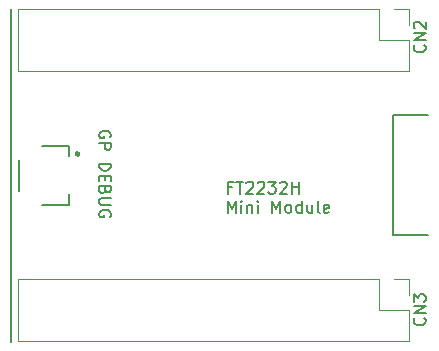
<source format=gbr>
%TF.GenerationSoftware,KiCad,Pcbnew,7.0.10*%
%TF.CreationDate,2025-10-01T21:30:06+02:00*%
%TF.ProjectId,PS2_Debug_Probe,5053325f-4465-4627-9567-5f50726f6265,rev?*%
%TF.SameCoordinates,Original*%
%TF.FileFunction,Legend,Top*%
%TF.FilePolarity,Positive*%
%FSLAX46Y46*%
G04 Gerber Fmt 4.6, Leading zero omitted, Abs format (unit mm)*
G04 Created by KiCad (PCBNEW 7.0.10) date 2025-10-01 21:30:06*
%MOMM*%
%LPD*%
G01*
G04 APERTURE LIST*
%ADD10C,0.150000*%
%ADD11C,0.200000*%
%ADD12C,0.120000*%
%ADD13C,0.127000*%
%ADD14C,0.300000*%
G04 APERTURE END LIST*
D10*
X156500000Y-99100000D02*
X159500000Y-99100000D01*
X156500000Y-88900000D02*
X156500000Y-99100000D01*
X159500000Y-88900000D02*
X156500000Y-88900000D01*
X124200000Y-79900000D02*
X124200000Y-108100000D01*
X159174580Y-82991792D02*
X159222200Y-83039411D01*
X159222200Y-83039411D02*
X159269819Y-83182268D01*
X159269819Y-83182268D02*
X159269819Y-83277506D01*
X159269819Y-83277506D02*
X159222200Y-83420363D01*
X159222200Y-83420363D02*
X159126961Y-83515601D01*
X159126961Y-83515601D02*
X159031723Y-83563220D01*
X159031723Y-83563220D02*
X158841247Y-83610839D01*
X158841247Y-83610839D02*
X158698390Y-83610839D01*
X158698390Y-83610839D02*
X158507914Y-83563220D01*
X158507914Y-83563220D02*
X158412676Y-83515601D01*
X158412676Y-83515601D02*
X158317438Y-83420363D01*
X158317438Y-83420363D02*
X158269819Y-83277506D01*
X158269819Y-83277506D02*
X158269819Y-83182268D01*
X158269819Y-83182268D02*
X158317438Y-83039411D01*
X158317438Y-83039411D02*
X158365057Y-82991792D01*
X159269819Y-82563220D02*
X158269819Y-82563220D01*
X158269819Y-82563220D02*
X159269819Y-81991792D01*
X159269819Y-81991792D02*
X158269819Y-81991792D01*
X158365057Y-81563220D02*
X158317438Y-81515601D01*
X158317438Y-81515601D02*
X158269819Y-81420363D01*
X158269819Y-81420363D02*
X158269819Y-81182268D01*
X158269819Y-81182268D02*
X158317438Y-81087030D01*
X158317438Y-81087030D02*
X158365057Y-81039411D01*
X158365057Y-81039411D02*
X158460295Y-80991792D01*
X158460295Y-80991792D02*
X158555533Y-80991792D01*
X158555533Y-80991792D02*
X158698390Y-81039411D01*
X158698390Y-81039411D02*
X159269819Y-81610839D01*
X159269819Y-81610839D02*
X159269819Y-80991792D01*
X142870112Y-95036009D02*
X142536779Y-95036009D01*
X142536779Y-95559819D02*
X142536779Y-94559819D01*
X142536779Y-94559819D02*
X143012969Y-94559819D01*
X143251065Y-94559819D02*
X143822493Y-94559819D01*
X143536779Y-95559819D02*
X143536779Y-94559819D01*
X144108208Y-94655057D02*
X144155827Y-94607438D01*
X144155827Y-94607438D02*
X144251065Y-94559819D01*
X144251065Y-94559819D02*
X144489160Y-94559819D01*
X144489160Y-94559819D02*
X144584398Y-94607438D01*
X144584398Y-94607438D02*
X144632017Y-94655057D01*
X144632017Y-94655057D02*
X144679636Y-94750295D01*
X144679636Y-94750295D02*
X144679636Y-94845533D01*
X144679636Y-94845533D02*
X144632017Y-94988390D01*
X144632017Y-94988390D02*
X144060589Y-95559819D01*
X144060589Y-95559819D02*
X144679636Y-95559819D01*
X145060589Y-94655057D02*
X145108208Y-94607438D01*
X145108208Y-94607438D02*
X145203446Y-94559819D01*
X145203446Y-94559819D02*
X145441541Y-94559819D01*
X145441541Y-94559819D02*
X145536779Y-94607438D01*
X145536779Y-94607438D02*
X145584398Y-94655057D01*
X145584398Y-94655057D02*
X145632017Y-94750295D01*
X145632017Y-94750295D02*
X145632017Y-94845533D01*
X145632017Y-94845533D02*
X145584398Y-94988390D01*
X145584398Y-94988390D02*
X145012970Y-95559819D01*
X145012970Y-95559819D02*
X145632017Y-95559819D01*
X145965351Y-94559819D02*
X146584398Y-94559819D01*
X146584398Y-94559819D02*
X146251065Y-94940771D01*
X146251065Y-94940771D02*
X146393922Y-94940771D01*
X146393922Y-94940771D02*
X146489160Y-94988390D01*
X146489160Y-94988390D02*
X146536779Y-95036009D01*
X146536779Y-95036009D02*
X146584398Y-95131247D01*
X146584398Y-95131247D02*
X146584398Y-95369342D01*
X146584398Y-95369342D02*
X146536779Y-95464580D01*
X146536779Y-95464580D02*
X146489160Y-95512200D01*
X146489160Y-95512200D02*
X146393922Y-95559819D01*
X146393922Y-95559819D02*
X146108208Y-95559819D01*
X146108208Y-95559819D02*
X146012970Y-95512200D01*
X146012970Y-95512200D02*
X145965351Y-95464580D01*
X146965351Y-94655057D02*
X147012970Y-94607438D01*
X147012970Y-94607438D02*
X147108208Y-94559819D01*
X147108208Y-94559819D02*
X147346303Y-94559819D01*
X147346303Y-94559819D02*
X147441541Y-94607438D01*
X147441541Y-94607438D02*
X147489160Y-94655057D01*
X147489160Y-94655057D02*
X147536779Y-94750295D01*
X147536779Y-94750295D02*
X147536779Y-94845533D01*
X147536779Y-94845533D02*
X147489160Y-94988390D01*
X147489160Y-94988390D02*
X146917732Y-95559819D01*
X146917732Y-95559819D02*
X147536779Y-95559819D01*
X147965351Y-95559819D02*
X147965351Y-94559819D01*
X147965351Y-95036009D02*
X148536779Y-95036009D01*
X148536779Y-95559819D02*
X148536779Y-94559819D01*
X142536779Y-97169819D02*
X142536779Y-96169819D01*
X142536779Y-96169819D02*
X142870112Y-96884104D01*
X142870112Y-96884104D02*
X143203445Y-96169819D01*
X143203445Y-96169819D02*
X143203445Y-97169819D01*
X143679636Y-97169819D02*
X143679636Y-96503152D01*
X143679636Y-96169819D02*
X143632017Y-96217438D01*
X143632017Y-96217438D02*
X143679636Y-96265057D01*
X143679636Y-96265057D02*
X143727255Y-96217438D01*
X143727255Y-96217438D02*
X143679636Y-96169819D01*
X143679636Y-96169819D02*
X143679636Y-96265057D01*
X144155826Y-96503152D02*
X144155826Y-97169819D01*
X144155826Y-96598390D02*
X144203445Y-96550771D01*
X144203445Y-96550771D02*
X144298683Y-96503152D01*
X144298683Y-96503152D02*
X144441540Y-96503152D01*
X144441540Y-96503152D02*
X144536778Y-96550771D01*
X144536778Y-96550771D02*
X144584397Y-96646009D01*
X144584397Y-96646009D02*
X144584397Y-97169819D01*
X145060588Y-97169819D02*
X145060588Y-96503152D01*
X145060588Y-96169819D02*
X145012969Y-96217438D01*
X145012969Y-96217438D02*
X145060588Y-96265057D01*
X145060588Y-96265057D02*
X145108207Y-96217438D01*
X145108207Y-96217438D02*
X145060588Y-96169819D01*
X145060588Y-96169819D02*
X145060588Y-96265057D01*
X146298683Y-97169819D02*
X146298683Y-96169819D01*
X146298683Y-96169819D02*
X146632016Y-96884104D01*
X146632016Y-96884104D02*
X146965349Y-96169819D01*
X146965349Y-96169819D02*
X146965349Y-97169819D01*
X147584397Y-97169819D02*
X147489159Y-97122200D01*
X147489159Y-97122200D02*
X147441540Y-97074580D01*
X147441540Y-97074580D02*
X147393921Y-96979342D01*
X147393921Y-96979342D02*
X147393921Y-96693628D01*
X147393921Y-96693628D02*
X147441540Y-96598390D01*
X147441540Y-96598390D02*
X147489159Y-96550771D01*
X147489159Y-96550771D02*
X147584397Y-96503152D01*
X147584397Y-96503152D02*
X147727254Y-96503152D01*
X147727254Y-96503152D02*
X147822492Y-96550771D01*
X147822492Y-96550771D02*
X147870111Y-96598390D01*
X147870111Y-96598390D02*
X147917730Y-96693628D01*
X147917730Y-96693628D02*
X147917730Y-96979342D01*
X147917730Y-96979342D02*
X147870111Y-97074580D01*
X147870111Y-97074580D02*
X147822492Y-97122200D01*
X147822492Y-97122200D02*
X147727254Y-97169819D01*
X147727254Y-97169819D02*
X147584397Y-97169819D01*
X148774873Y-97169819D02*
X148774873Y-96169819D01*
X148774873Y-97122200D02*
X148679635Y-97169819D01*
X148679635Y-97169819D02*
X148489159Y-97169819D01*
X148489159Y-97169819D02*
X148393921Y-97122200D01*
X148393921Y-97122200D02*
X148346302Y-97074580D01*
X148346302Y-97074580D02*
X148298683Y-96979342D01*
X148298683Y-96979342D02*
X148298683Y-96693628D01*
X148298683Y-96693628D02*
X148346302Y-96598390D01*
X148346302Y-96598390D02*
X148393921Y-96550771D01*
X148393921Y-96550771D02*
X148489159Y-96503152D01*
X148489159Y-96503152D02*
X148679635Y-96503152D01*
X148679635Y-96503152D02*
X148774873Y-96550771D01*
X149679635Y-96503152D02*
X149679635Y-97169819D01*
X149251064Y-96503152D02*
X149251064Y-97026961D01*
X149251064Y-97026961D02*
X149298683Y-97122200D01*
X149298683Y-97122200D02*
X149393921Y-97169819D01*
X149393921Y-97169819D02*
X149536778Y-97169819D01*
X149536778Y-97169819D02*
X149632016Y-97122200D01*
X149632016Y-97122200D02*
X149679635Y-97074580D01*
X150298683Y-97169819D02*
X150203445Y-97122200D01*
X150203445Y-97122200D02*
X150155826Y-97026961D01*
X150155826Y-97026961D02*
X150155826Y-96169819D01*
X151060588Y-97122200D02*
X150965350Y-97169819D01*
X150965350Y-97169819D02*
X150774874Y-97169819D01*
X150774874Y-97169819D02*
X150679636Y-97122200D01*
X150679636Y-97122200D02*
X150632017Y-97026961D01*
X150632017Y-97026961D02*
X150632017Y-96646009D01*
X150632017Y-96646009D02*
X150679636Y-96550771D01*
X150679636Y-96550771D02*
X150774874Y-96503152D01*
X150774874Y-96503152D02*
X150965350Y-96503152D01*
X150965350Y-96503152D02*
X151060588Y-96550771D01*
X151060588Y-96550771D02*
X151108207Y-96646009D01*
X151108207Y-96646009D02*
X151108207Y-96741247D01*
X151108207Y-96741247D02*
X150632017Y-96836485D01*
D11*
X132585161Y-90793482D02*
X132632780Y-90698244D01*
X132632780Y-90698244D02*
X132632780Y-90555387D01*
X132632780Y-90555387D02*
X132585161Y-90412530D01*
X132585161Y-90412530D02*
X132489923Y-90317292D01*
X132489923Y-90317292D02*
X132394685Y-90269673D01*
X132394685Y-90269673D02*
X132204209Y-90222054D01*
X132204209Y-90222054D02*
X132061352Y-90222054D01*
X132061352Y-90222054D02*
X131870876Y-90269673D01*
X131870876Y-90269673D02*
X131775638Y-90317292D01*
X131775638Y-90317292D02*
X131680400Y-90412530D01*
X131680400Y-90412530D02*
X131632780Y-90555387D01*
X131632780Y-90555387D02*
X131632780Y-90650625D01*
X131632780Y-90650625D02*
X131680400Y-90793482D01*
X131680400Y-90793482D02*
X131728019Y-90841101D01*
X131728019Y-90841101D02*
X132061352Y-90841101D01*
X132061352Y-90841101D02*
X132061352Y-90650625D01*
X131632780Y-91269673D02*
X132632780Y-91269673D01*
X132632780Y-91269673D02*
X132632780Y-91650625D01*
X132632780Y-91650625D02*
X132585161Y-91745863D01*
X132585161Y-91745863D02*
X132537542Y-91793482D01*
X132537542Y-91793482D02*
X132442304Y-91841101D01*
X132442304Y-91841101D02*
X132299447Y-91841101D01*
X132299447Y-91841101D02*
X132204209Y-91793482D01*
X132204209Y-91793482D02*
X132156590Y-91745863D01*
X132156590Y-91745863D02*
X132108971Y-91650625D01*
X132108971Y-91650625D02*
X132108971Y-91269673D01*
X131632780Y-93031578D02*
X132632780Y-93031578D01*
X132632780Y-93031578D02*
X132632780Y-93269673D01*
X132632780Y-93269673D02*
X132585161Y-93412530D01*
X132585161Y-93412530D02*
X132489923Y-93507768D01*
X132489923Y-93507768D02*
X132394685Y-93555387D01*
X132394685Y-93555387D02*
X132204209Y-93603006D01*
X132204209Y-93603006D02*
X132061352Y-93603006D01*
X132061352Y-93603006D02*
X131870876Y-93555387D01*
X131870876Y-93555387D02*
X131775638Y-93507768D01*
X131775638Y-93507768D02*
X131680400Y-93412530D01*
X131680400Y-93412530D02*
X131632780Y-93269673D01*
X131632780Y-93269673D02*
X131632780Y-93031578D01*
X132156590Y-94031578D02*
X132156590Y-94364911D01*
X131632780Y-94507768D02*
X131632780Y-94031578D01*
X131632780Y-94031578D02*
X132632780Y-94031578D01*
X132632780Y-94031578D02*
X132632780Y-94507768D01*
X132156590Y-95269673D02*
X132108971Y-95412530D01*
X132108971Y-95412530D02*
X132061352Y-95460149D01*
X132061352Y-95460149D02*
X131966114Y-95507768D01*
X131966114Y-95507768D02*
X131823257Y-95507768D01*
X131823257Y-95507768D02*
X131728019Y-95460149D01*
X131728019Y-95460149D02*
X131680400Y-95412530D01*
X131680400Y-95412530D02*
X131632780Y-95317292D01*
X131632780Y-95317292D02*
X131632780Y-94936340D01*
X131632780Y-94936340D02*
X132632780Y-94936340D01*
X132632780Y-94936340D02*
X132632780Y-95269673D01*
X132632780Y-95269673D02*
X132585161Y-95364911D01*
X132585161Y-95364911D02*
X132537542Y-95412530D01*
X132537542Y-95412530D02*
X132442304Y-95460149D01*
X132442304Y-95460149D02*
X132347066Y-95460149D01*
X132347066Y-95460149D02*
X132251828Y-95412530D01*
X132251828Y-95412530D02*
X132204209Y-95364911D01*
X132204209Y-95364911D02*
X132156590Y-95269673D01*
X132156590Y-95269673D02*
X132156590Y-94936340D01*
X132632780Y-95936340D02*
X131823257Y-95936340D01*
X131823257Y-95936340D02*
X131728019Y-95983959D01*
X131728019Y-95983959D02*
X131680400Y-96031578D01*
X131680400Y-96031578D02*
X131632780Y-96126816D01*
X131632780Y-96126816D02*
X131632780Y-96317292D01*
X131632780Y-96317292D02*
X131680400Y-96412530D01*
X131680400Y-96412530D02*
X131728019Y-96460149D01*
X131728019Y-96460149D02*
X131823257Y-96507768D01*
X131823257Y-96507768D02*
X132632780Y-96507768D01*
X132585161Y-97507768D02*
X132632780Y-97412530D01*
X132632780Y-97412530D02*
X132632780Y-97269673D01*
X132632780Y-97269673D02*
X132585161Y-97126816D01*
X132585161Y-97126816D02*
X132489923Y-97031578D01*
X132489923Y-97031578D02*
X132394685Y-96983959D01*
X132394685Y-96983959D02*
X132204209Y-96936340D01*
X132204209Y-96936340D02*
X132061352Y-96936340D01*
X132061352Y-96936340D02*
X131870876Y-96983959D01*
X131870876Y-96983959D02*
X131775638Y-97031578D01*
X131775638Y-97031578D02*
X131680400Y-97126816D01*
X131680400Y-97126816D02*
X131632780Y-97269673D01*
X131632780Y-97269673D02*
X131632780Y-97364911D01*
X131632780Y-97364911D02*
X131680400Y-97507768D01*
X131680400Y-97507768D02*
X131728019Y-97555387D01*
X131728019Y-97555387D02*
X132061352Y-97555387D01*
X132061352Y-97555387D02*
X132061352Y-97364911D01*
D10*
X159174580Y-106091792D02*
X159222200Y-106139411D01*
X159222200Y-106139411D02*
X159269819Y-106282268D01*
X159269819Y-106282268D02*
X159269819Y-106377506D01*
X159269819Y-106377506D02*
X159222200Y-106520363D01*
X159222200Y-106520363D02*
X159126961Y-106615601D01*
X159126961Y-106615601D02*
X159031723Y-106663220D01*
X159031723Y-106663220D02*
X158841247Y-106710839D01*
X158841247Y-106710839D02*
X158698390Y-106710839D01*
X158698390Y-106710839D02*
X158507914Y-106663220D01*
X158507914Y-106663220D02*
X158412676Y-106615601D01*
X158412676Y-106615601D02*
X158317438Y-106520363D01*
X158317438Y-106520363D02*
X158269819Y-106377506D01*
X158269819Y-106377506D02*
X158269819Y-106282268D01*
X158269819Y-106282268D02*
X158317438Y-106139411D01*
X158317438Y-106139411D02*
X158365057Y-106091792D01*
X159269819Y-105663220D02*
X158269819Y-105663220D01*
X158269819Y-105663220D02*
X159269819Y-105091792D01*
X159269819Y-105091792D02*
X158269819Y-105091792D01*
X158269819Y-104710839D02*
X158269819Y-104091792D01*
X158269819Y-104091792D02*
X158650771Y-104425125D01*
X158650771Y-104425125D02*
X158650771Y-104282268D01*
X158650771Y-104282268D02*
X158698390Y-104187030D01*
X158698390Y-104187030D02*
X158746009Y-104139411D01*
X158746009Y-104139411D02*
X158841247Y-104091792D01*
X158841247Y-104091792D02*
X159079342Y-104091792D01*
X159079342Y-104091792D02*
X159174580Y-104139411D01*
X159174580Y-104139411D02*
X159222200Y-104187030D01*
X159222200Y-104187030D02*
X159269819Y-104282268D01*
X159269819Y-104282268D02*
X159269819Y-104567982D01*
X159269819Y-104567982D02*
X159222200Y-104663220D01*
X159222200Y-104663220D02*
X159174580Y-104710839D01*
D12*
%TO.C,U2*%
X157905000Y-108030000D02*
X124765000Y-108030000D01*
X157905000Y-105430000D02*
X157905000Y-108030000D01*
X157905000Y-102830000D02*
X157905000Y-104160000D01*
X157905000Y-85170000D02*
X124765000Y-85170000D01*
X157905000Y-82570000D02*
X157905000Y-85170000D01*
X157905000Y-79970000D02*
X157905000Y-81300000D01*
X156575000Y-102830000D02*
X157905000Y-102830000D01*
X156575000Y-79970000D02*
X157905000Y-79970000D01*
X155305000Y-105430000D02*
X157905000Y-105430000D01*
X155305000Y-102830000D02*
X155305000Y-105430000D01*
X155305000Y-102830000D02*
X124765000Y-102830000D01*
X155305000Y-82570000D02*
X157905000Y-82570000D01*
X155305000Y-79970000D02*
X155305000Y-82570000D01*
X155305000Y-79970000D02*
X124765000Y-79970000D01*
X124765000Y-102830000D02*
X124765000Y-108030000D01*
X124765000Y-79970000D02*
X124765000Y-85170000D01*
D13*
%TO.C,J101*%
X129075000Y-91500000D02*
X126800000Y-91500000D01*
X129075000Y-92385000D02*
X129075000Y-91500000D01*
X124825000Y-92700000D02*
X124825000Y-95300000D01*
X129075000Y-96500000D02*
X129075000Y-95615000D01*
X126800000Y-96500000D02*
X129075000Y-96500000D01*
D14*
X129900000Y-92200000D02*
G75*
G03*
X129700000Y-92200000I-100000J0D01*
G01*
X129700000Y-92200000D02*
G75*
G03*
X129900000Y-92200000I100000J0D01*
G01*
%TD*%
M02*

</source>
